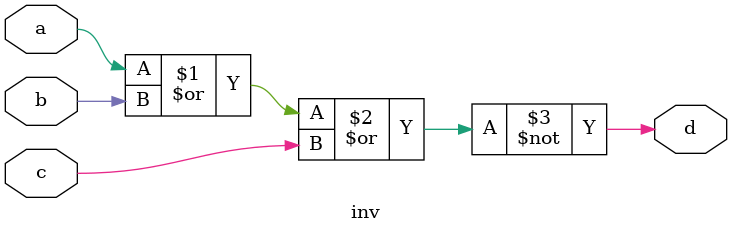
<source format=v>
`timescale 1ns / 1ps


module inv(
    input a,
    input b,
    input c,
    output d
    );
assign d = ~(a | b | c);
endmodule

</source>
